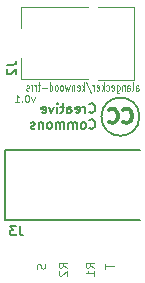
<source format=gbr>
%TF.GenerationSoftware,KiCad,Pcbnew,5.1.8*%
%TF.CreationDate,2020-12-26T21:24:44+01:00*%
%TF.ProjectId,kenwood-trrs,6b656e77-6f6f-4642-9d74-7272732e6b69,rev?*%
%TF.SameCoordinates,Original*%
%TF.FileFunction,Legend,Bot*%
%TF.FilePolarity,Positive*%
%FSLAX46Y46*%
G04 Gerber Fmt 4.6, Leading zero omitted, Abs format (unit mm)*
G04 Created by KiCad (PCBNEW 5.1.8) date 2020-12-26 21:24:44*
%MOMM*%
%LPD*%
G01*
G04 APERTURE LIST*
%ADD10C,0.100000*%
%ADD11C,0.150000*%
%ADD12C,0.200000*%
%ADD13C,0.300000*%
%ADD14C,0.120000*%
G04 APERTURE END LIST*
D10*
X150657142Y-81371428D02*
X150514285Y-81771428D01*
X150371428Y-81371428D01*
X150028571Y-81171428D02*
X149971428Y-81171428D01*
X149914285Y-81200000D01*
X149885714Y-81228571D01*
X149857142Y-81285714D01*
X149828571Y-81400000D01*
X149828571Y-81542857D01*
X149857142Y-81657142D01*
X149885714Y-81714285D01*
X149914285Y-81742857D01*
X149971428Y-81771428D01*
X150028571Y-81771428D01*
X150085714Y-81742857D01*
X150114285Y-81714285D01*
X150142857Y-81657142D01*
X150171428Y-81542857D01*
X150171428Y-81400000D01*
X150142857Y-81285714D01*
X150114285Y-81228571D01*
X150085714Y-81200000D01*
X150028571Y-81171428D01*
X149571428Y-81714285D02*
X149542857Y-81742857D01*
X149571428Y-81771428D01*
X149600000Y-81742857D01*
X149571428Y-81714285D01*
X149571428Y-81771428D01*
X148971428Y-81771428D02*
X149314285Y-81771428D01*
X149142857Y-81771428D02*
X149142857Y-81171428D01*
X149200000Y-81257142D01*
X149257142Y-81314285D01*
X149314285Y-81342857D01*
X159211904Y-80816666D02*
X159211904Y-80450000D01*
X159235714Y-80383333D01*
X159283333Y-80350000D01*
X159378571Y-80350000D01*
X159426190Y-80383333D01*
X159211904Y-80783333D02*
X159259523Y-80816666D01*
X159378571Y-80816666D01*
X159426190Y-80783333D01*
X159450000Y-80716666D01*
X159450000Y-80650000D01*
X159426190Y-80583333D01*
X159378571Y-80550000D01*
X159259523Y-80550000D01*
X159211904Y-80516666D01*
X158902380Y-80816666D02*
X158950000Y-80783333D01*
X158973809Y-80716666D01*
X158973809Y-80116666D01*
X158497619Y-80816666D02*
X158497619Y-80450000D01*
X158521428Y-80383333D01*
X158569047Y-80350000D01*
X158664285Y-80350000D01*
X158711904Y-80383333D01*
X158497619Y-80783333D02*
X158545238Y-80816666D01*
X158664285Y-80816666D01*
X158711904Y-80783333D01*
X158735714Y-80716666D01*
X158735714Y-80650000D01*
X158711904Y-80583333D01*
X158664285Y-80550000D01*
X158545238Y-80550000D01*
X158497619Y-80516666D01*
X158259523Y-80350000D02*
X158259523Y-80816666D01*
X158259523Y-80416666D02*
X158235714Y-80383333D01*
X158188095Y-80350000D01*
X158116666Y-80350000D01*
X158069047Y-80383333D01*
X158045238Y-80450000D01*
X158045238Y-80816666D01*
X157592857Y-80350000D02*
X157592857Y-80916666D01*
X157616666Y-80983333D01*
X157640476Y-81016666D01*
X157688095Y-81050000D01*
X157759523Y-81050000D01*
X157807142Y-81016666D01*
X157592857Y-80783333D02*
X157640476Y-80816666D01*
X157735714Y-80816666D01*
X157783333Y-80783333D01*
X157807142Y-80750000D01*
X157830952Y-80683333D01*
X157830952Y-80483333D01*
X157807142Y-80416666D01*
X157783333Y-80383333D01*
X157735714Y-80350000D01*
X157640476Y-80350000D01*
X157592857Y-80383333D01*
X157164285Y-80783333D02*
X157211904Y-80816666D01*
X157307142Y-80816666D01*
X157354761Y-80783333D01*
X157378571Y-80716666D01*
X157378571Y-80450000D01*
X157354761Y-80383333D01*
X157307142Y-80350000D01*
X157211904Y-80350000D01*
X157164285Y-80383333D01*
X157140476Y-80450000D01*
X157140476Y-80516666D01*
X157378571Y-80583333D01*
X156711904Y-80783333D02*
X156759523Y-80816666D01*
X156854761Y-80816666D01*
X156902380Y-80783333D01*
X156926190Y-80750000D01*
X156950000Y-80683333D01*
X156950000Y-80483333D01*
X156926190Y-80416666D01*
X156902380Y-80383333D01*
X156854761Y-80350000D01*
X156759523Y-80350000D01*
X156711904Y-80383333D01*
X156497619Y-80816666D02*
X156497619Y-80116666D01*
X156450000Y-80550000D02*
X156307142Y-80816666D01*
X156307142Y-80350000D02*
X156497619Y-80616666D01*
X155902380Y-80783333D02*
X155950000Y-80816666D01*
X156045238Y-80816666D01*
X156092857Y-80783333D01*
X156116666Y-80716666D01*
X156116666Y-80450000D01*
X156092857Y-80383333D01*
X156045238Y-80350000D01*
X155950000Y-80350000D01*
X155902380Y-80383333D01*
X155878571Y-80450000D01*
X155878571Y-80516666D01*
X156116666Y-80583333D01*
X155664285Y-80816666D02*
X155664285Y-80350000D01*
X155664285Y-80483333D02*
X155640476Y-80416666D01*
X155616666Y-80383333D01*
X155569047Y-80350000D01*
X155521428Y-80350000D01*
X154997619Y-80083333D02*
X155426190Y-80983333D01*
X154830952Y-80816666D02*
X154830952Y-80116666D01*
X154783333Y-80550000D02*
X154640476Y-80816666D01*
X154640476Y-80350000D02*
X154830952Y-80616666D01*
X154235714Y-80783333D02*
X154283333Y-80816666D01*
X154378571Y-80816666D01*
X154426190Y-80783333D01*
X154450000Y-80716666D01*
X154450000Y-80450000D01*
X154426190Y-80383333D01*
X154378571Y-80350000D01*
X154283333Y-80350000D01*
X154235714Y-80383333D01*
X154211904Y-80450000D01*
X154211904Y-80516666D01*
X154450000Y-80583333D01*
X153997619Y-80350000D02*
X153997619Y-80816666D01*
X153997619Y-80416666D02*
X153973809Y-80383333D01*
X153926190Y-80350000D01*
X153854761Y-80350000D01*
X153807142Y-80383333D01*
X153783333Y-80450000D01*
X153783333Y-80816666D01*
X153592857Y-80350000D02*
X153497619Y-80816666D01*
X153402380Y-80483333D01*
X153307142Y-80816666D01*
X153211904Y-80350000D01*
X152950000Y-80816666D02*
X152997619Y-80783333D01*
X153021428Y-80750000D01*
X153045238Y-80683333D01*
X153045238Y-80483333D01*
X153021428Y-80416666D01*
X152997619Y-80383333D01*
X152950000Y-80350000D01*
X152878571Y-80350000D01*
X152830952Y-80383333D01*
X152807142Y-80416666D01*
X152783333Y-80483333D01*
X152783333Y-80683333D01*
X152807142Y-80750000D01*
X152830952Y-80783333D01*
X152878571Y-80816666D01*
X152950000Y-80816666D01*
X152497619Y-80816666D02*
X152545238Y-80783333D01*
X152569047Y-80750000D01*
X152592857Y-80683333D01*
X152592857Y-80483333D01*
X152569047Y-80416666D01*
X152545238Y-80383333D01*
X152497619Y-80350000D01*
X152426190Y-80350000D01*
X152378571Y-80383333D01*
X152354761Y-80416666D01*
X152330952Y-80483333D01*
X152330952Y-80683333D01*
X152354761Y-80750000D01*
X152378571Y-80783333D01*
X152426190Y-80816666D01*
X152497619Y-80816666D01*
X151902380Y-80816666D02*
X151902380Y-80116666D01*
X151902380Y-80783333D02*
X151950000Y-80816666D01*
X152045238Y-80816666D01*
X152092857Y-80783333D01*
X152116666Y-80750000D01*
X152140476Y-80683333D01*
X152140476Y-80483333D01*
X152116666Y-80416666D01*
X152092857Y-80383333D01*
X152045238Y-80350000D01*
X151950000Y-80350000D01*
X151902380Y-80383333D01*
X151664285Y-80550000D02*
X151283333Y-80550000D01*
X151116666Y-80350000D02*
X150926190Y-80350000D01*
X151045238Y-80116666D02*
X151045238Y-80716666D01*
X151021428Y-80783333D01*
X150973809Y-80816666D01*
X150926190Y-80816666D01*
X150759523Y-80816666D02*
X150759523Y-80350000D01*
X150759523Y-80483333D02*
X150735714Y-80416666D01*
X150711904Y-80383333D01*
X150664285Y-80350000D01*
X150616666Y-80350000D01*
X150450000Y-80816666D02*
X150450000Y-80350000D01*
X150450000Y-80483333D02*
X150426190Y-80416666D01*
X150402380Y-80383333D01*
X150354761Y-80350000D01*
X150307142Y-80350000D01*
X150164285Y-80783333D02*
X150116666Y-80816666D01*
X150021428Y-80816666D01*
X149973809Y-80783333D01*
X149950000Y-80716666D01*
X149950000Y-80683333D01*
X149973809Y-80616666D01*
X150021428Y-80583333D01*
X150092857Y-80583333D01*
X150140476Y-80550000D01*
X150164285Y-80483333D01*
X150164285Y-80450000D01*
X150140476Y-80383333D01*
X150092857Y-80350000D01*
X150021428Y-80350000D01*
X149973809Y-80383333D01*
D11*
X155254880Y-82610714D02*
X155292976Y-82648809D01*
X155407261Y-82686904D01*
X155483452Y-82686904D01*
X155597738Y-82648809D01*
X155673928Y-82572619D01*
X155712023Y-82496428D01*
X155750119Y-82344047D01*
X155750119Y-82229761D01*
X155712023Y-82077380D01*
X155673928Y-82001190D01*
X155597738Y-81925000D01*
X155483452Y-81886904D01*
X155407261Y-81886904D01*
X155292976Y-81925000D01*
X155254880Y-81963095D01*
X154912023Y-82686904D02*
X154912023Y-82153571D01*
X154912023Y-82305952D02*
X154873928Y-82229761D01*
X154835833Y-82191666D01*
X154759642Y-82153571D01*
X154683452Y-82153571D01*
X154112023Y-82648809D02*
X154188214Y-82686904D01*
X154340595Y-82686904D01*
X154416785Y-82648809D01*
X154454880Y-82572619D01*
X154454880Y-82267857D01*
X154416785Y-82191666D01*
X154340595Y-82153571D01*
X154188214Y-82153571D01*
X154112023Y-82191666D01*
X154073928Y-82267857D01*
X154073928Y-82344047D01*
X154454880Y-82420238D01*
X153388214Y-82686904D02*
X153388214Y-82267857D01*
X153426309Y-82191666D01*
X153502500Y-82153571D01*
X153654880Y-82153571D01*
X153731071Y-82191666D01*
X153388214Y-82648809D02*
X153464404Y-82686904D01*
X153654880Y-82686904D01*
X153731071Y-82648809D01*
X153769166Y-82572619D01*
X153769166Y-82496428D01*
X153731071Y-82420238D01*
X153654880Y-82382142D01*
X153464404Y-82382142D01*
X153388214Y-82344047D01*
X153121547Y-82153571D02*
X152816785Y-82153571D01*
X153007261Y-81886904D02*
X153007261Y-82572619D01*
X152969166Y-82648809D01*
X152892976Y-82686904D01*
X152816785Y-82686904D01*
X152550119Y-82686904D02*
X152550119Y-82153571D01*
X152550119Y-81886904D02*
X152588214Y-81925000D01*
X152550119Y-81963095D01*
X152512023Y-81925000D01*
X152550119Y-81886904D01*
X152550119Y-81963095D01*
X152245357Y-82153571D02*
X152054880Y-82686904D01*
X151864404Y-82153571D01*
X151254880Y-82648809D02*
X151331071Y-82686904D01*
X151483452Y-82686904D01*
X151559642Y-82648809D01*
X151597738Y-82572619D01*
X151597738Y-82267857D01*
X151559642Y-82191666D01*
X151483452Y-82153571D01*
X151331071Y-82153571D01*
X151254880Y-82191666D01*
X151216785Y-82267857D01*
X151216785Y-82344047D01*
X151597738Y-82420238D01*
X155254880Y-83960714D02*
X155292976Y-83998809D01*
X155407261Y-84036904D01*
X155483452Y-84036904D01*
X155597738Y-83998809D01*
X155673928Y-83922619D01*
X155712023Y-83846428D01*
X155750119Y-83694047D01*
X155750119Y-83579761D01*
X155712023Y-83427380D01*
X155673928Y-83351190D01*
X155597738Y-83275000D01*
X155483452Y-83236904D01*
X155407261Y-83236904D01*
X155292976Y-83275000D01*
X155254880Y-83313095D01*
X154797738Y-84036904D02*
X154873928Y-83998809D01*
X154912023Y-83960714D01*
X154950119Y-83884523D01*
X154950119Y-83655952D01*
X154912023Y-83579761D01*
X154873928Y-83541666D01*
X154797738Y-83503571D01*
X154683452Y-83503571D01*
X154607261Y-83541666D01*
X154569166Y-83579761D01*
X154531071Y-83655952D01*
X154531071Y-83884523D01*
X154569166Y-83960714D01*
X154607261Y-83998809D01*
X154683452Y-84036904D01*
X154797738Y-84036904D01*
X154188214Y-84036904D02*
X154188214Y-83503571D01*
X154188214Y-83579761D02*
X154150119Y-83541666D01*
X154073928Y-83503571D01*
X153959642Y-83503571D01*
X153883452Y-83541666D01*
X153845357Y-83617857D01*
X153845357Y-84036904D01*
X153845357Y-83617857D02*
X153807261Y-83541666D01*
X153731071Y-83503571D01*
X153616785Y-83503571D01*
X153540595Y-83541666D01*
X153502500Y-83617857D01*
X153502500Y-84036904D01*
X153121547Y-84036904D02*
X153121547Y-83503571D01*
X153121547Y-83579761D02*
X153083452Y-83541666D01*
X153007261Y-83503571D01*
X152892976Y-83503571D01*
X152816785Y-83541666D01*
X152778690Y-83617857D01*
X152778690Y-84036904D01*
X152778690Y-83617857D02*
X152740595Y-83541666D01*
X152664404Y-83503571D01*
X152550119Y-83503571D01*
X152473928Y-83541666D01*
X152435833Y-83617857D01*
X152435833Y-84036904D01*
X151940595Y-84036904D02*
X152016785Y-83998809D01*
X152054880Y-83960714D01*
X152092976Y-83884523D01*
X152092976Y-83655952D01*
X152054880Y-83579761D01*
X152016785Y-83541666D01*
X151940595Y-83503571D01*
X151826309Y-83503571D01*
X151750119Y-83541666D01*
X151712023Y-83579761D01*
X151673928Y-83655952D01*
X151673928Y-83884523D01*
X151712023Y-83960714D01*
X151750119Y-83998809D01*
X151826309Y-84036904D01*
X151940595Y-84036904D01*
X151331071Y-83503571D02*
X151331071Y-84036904D01*
X151331071Y-83579761D02*
X151292976Y-83541666D01*
X151216785Y-83503571D01*
X151102500Y-83503571D01*
X151026309Y-83541666D01*
X150988214Y-83617857D01*
X150988214Y-84036904D01*
X150645357Y-83998809D02*
X150569166Y-84036904D01*
X150416785Y-84036904D01*
X150340595Y-83998809D01*
X150302500Y-83922619D01*
X150302500Y-83884523D01*
X150340595Y-83808333D01*
X150416785Y-83770238D01*
X150531071Y-83770238D01*
X150607261Y-83732142D01*
X150645357Y-83655952D01*
X150645357Y-83617857D01*
X150607261Y-83541666D01*
X150531071Y-83503571D01*
X150416785Y-83503571D01*
X150340595Y-83541666D01*
D12*
X159512452Y-83012451D02*
G75*
G03*
X159512452Y-83012451I-1612452J0D01*
G01*
D13*
X158128571Y-83428571D02*
X158185714Y-83485714D01*
X158357142Y-83542857D01*
X158471428Y-83542857D01*
X158642857Y-83485714D01*
X158757142Y-83371428D01*
X158814285Y-83257142D01*
X158871428Y-83028571D01*
X158871428Y-82857142D01*
X158814285Y-82628571D01*
X158757142Y-82514285D01*
X158642857Y-82400000D01*
X158471428Y-82342857D01*
X158357142Y-82342857D01*
X158185714Y-82400000D01*
X158128571Y-82457142D01*
X156928571Y-83428571D02*
X156985714Y-83485714D01*
X157157142Y-83542857D01*
X157271428Y-83542857D01*
X157442857Y-83485714D01*
X157557142Y-83371428D01*
X157614285Y-83257142D01*
X157671428Y-83028571D01*
X157671428Y-82857142D01*
X157614285Y-82628571D01*
X157557142Y-82514285D01*
X157442857Y-82400000D01*
X157271428Y-82342857D01*
X157157142Y-82342857D01*
X156985714Y-82400000D01*
X156928571Y-82457142D01*
D12*
%TO.C,J3*%
X159600000Y-85800000D02*
X148100000Y-85800000D01*
X148100000Y-85800000D02*
X148100000Y-91800000D01*
X148100000Y-91800000D02*
X159600000Y-91800000D01*
D14*
%TO.C,J2*%
X159038000Y-73741000D02*
X155978000Y-73741000D01*
X159038000Y-79900000D02*
X159038000Y-73741000D01*
X156000000Y-79900000D02*
X159060000Y-79900000D01*
X149499000Y-79861000D02*
X155178000Y-79861000D01*
X149499000Y-78070000D02*
X149499000Y-79861000D01*
X149499000Y-73741000D02*
X149499000Y-75530000D01*
X155178000Y-73741000D02*
X149499000Y-73741000D01*
%TO.C,J3*%
D11*
X149366666Y-92261904D02*
X149366666Y-92833333D01*
X149404761Y-92947619D01*
X149480952Y-93023809D01*
X149595238Y-93061904D01*
X149671428Y-93061904D01*
X149061904Y-92261904D02*
X148566666Y-92261904D01*
X148833333Y-92566666D01*
X148719047Y-92566666D01*
X148642857Y-92604761D01*
X148604761Y-92642857D01*
X148566666Y-92719047D01*
X148566666Y-92909523D01*
X148604761Y-92985714D01*
X148642857Y-93023809D01*
X148719047Y-93061904D01*
X148947619Y-93061904D01*
X149023809Y-93023809D01*
X149061904Y-92985714D01*
%TO.C,J1*%
D10*
X151483333Y-95470000D02*
X151516666Y-95570000D01*
X151516666Y-95736666D01*
X151483333Y-95803333D01*
X151450000Y-95836666D01*
X151383333Y-95870000D01*
X151316666Y-95870000D01*
X151250000Y-95836666D01*
X151216666Y-95803333D01*
X151183333Y-95736666D01*
X151150000Y-95603333D01*
X151116666Y-95536666D01*
X151083333Y-95503333D01*
X151016666Y-95470000D01*
X150950000Y-95470000D01*
X150883333Y-95503333D01*
X150850000Y-95536666D01*
X150816666Y-95603333D01*
X150816666Y-95770000D01*
X150850000Y-95870000D01*
X155649666Y-95807333D02*
X155316333Y-95574000D01*
X155649666Y-95407333D02*
X154949666Y-95407333D01*
X154949666Y-95674000D01*
X154983000Y-95740666D01*
X155016333Y-95774000D01*
X155083000Y-95807333D01*
X155183000Y-95807333D01*
X155249666Y-95774000D01*
X155283000Y-95740666D01*
X155316333Y-95674000D01*
X155316333Y-95407333D01*
X155649666Y-96474000D02*
X155649666Y-96074000D01*
X155649666Y-96274000D02*
X154949666Y-96274000D01*
X155049666Y-96207333D01*
X155116333Y-96140666D01*
X155149666Y-96074000D01*
X153363666Y-95807333D02*
X153030333Y-95574000D01*
X153363666Y-95407333D02*
X152663666Y-95407333D01*
X152663666Y-95674000D01*
X152697000Y-95740666D01*
X152730333Y-95774000D01*
X152797000Y-95807333D01*
X152897000Y-95807333D01*
X152963666Y-95774000D01*
X152997000Y-95740666D01*
X153030333Y-95674000D01*
X153030333Y-95407333D01*
X152730333Y-96074000D02*
X152697000Y-96107333D01*
X152663666Y-96174000D01*
X152663666Y-96340666D01*
X152697000Y-96407333D01*
X152730333Y-96440666D01*
X152797000Y-96474000D01*
X152863666Y-96474000D01*
X152963666Y-96440666D01*
X153363666Y-96040666D01*
X153363666Y-96474000D01*
X156616666Y-95470000D02*
X156616666Y-95870000D01*
X157316666Y-95670000D02*
X156616666Y-95670000D01*
%TO.C,J2*%
D11*
X148261904Y-78633333D02*
X148833333Y-78633333D01*
X148947619Y-78595238D01*
X149023809Y-78519047D01*
X149061904Y-78404761D01*
X149061904Y-78328571D01*
X148338095Y-78976190D02*
X148300000Y-79014285D01*
X148261904Y-79090476D01*
X148261904Y-79280952D01*
X148300000Y-79357142D01*
X148338095Y-79395238D01*
X148414285Y-79433333D01*
X148490476Y-79433333D01*
X148604761Y-79395238D01*
X149061904Y-78938095D01*
X149061904Y-79433333D01*
%TD*%
M02*

</source>
